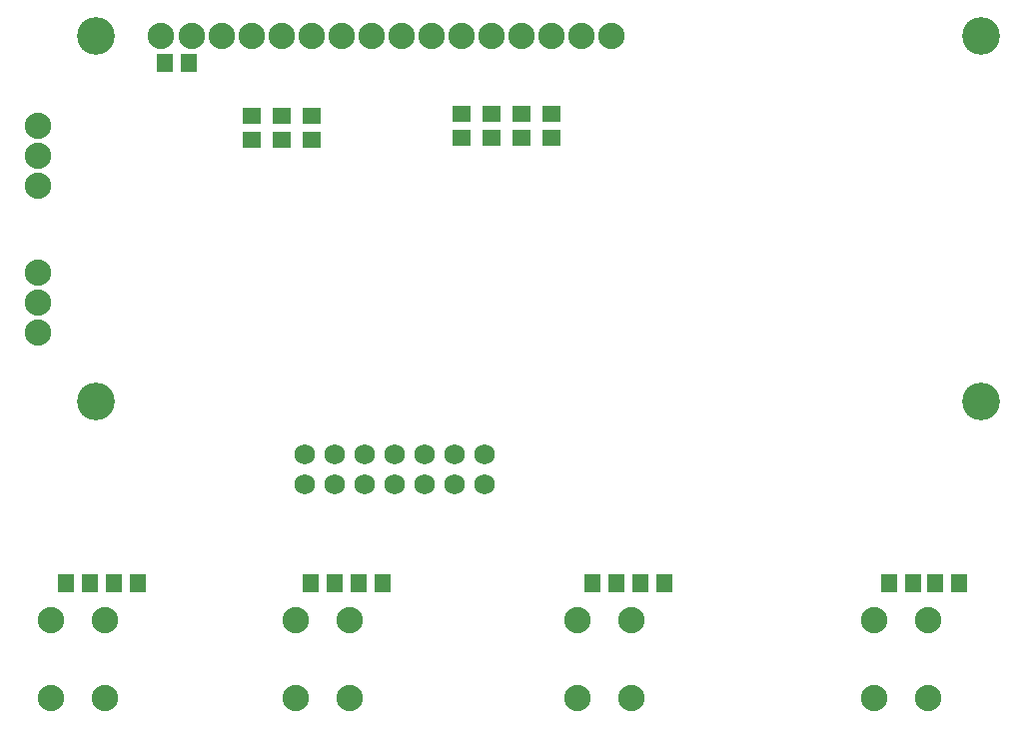
<source format=gts>
G04*
G04 #@! TF.GenerationSoftware,Altium Limited,Altium Designer,19.0.12 (326)*
G04*
G04 Layer_Color=8388736*
%FSLAX25Y25*%
%MOIN*%
G70*
G01*
G75*
%ADD14R,0.05800X0.06300*%
%ADD15R,0.06300X0.05800*%
%ADD16C,0.06800*%
%ADD17C,0.08800*%
%ADD18C,0.12611*%
D14*
X69500Y217000D02*
D03*
X61500D02*
D03*
X228025Y43397D02*
D03*
X220024D02*
D03*
X134025D02*
D03*
X126024D02*
D03*
X326524D02*
D03*
X318525D02*
D03*
X311024D02*
D03*
X303025D02*
D03*
X212024D02*
D03*
X204025D02*
D03*
X118025D02*
D03*
X110024D02*
D03*
X52525D02*
D03*
X44524D02*
D03*
X36525D02*
D03*
X28525D02*
D03*
D15*
X90544Y191397D02*
D03*
Y199397D02*
D03*
X100544Y191397D02*
D03*
Y199397D02*
D03*
X110544Y191397D02*
D03*
Y199397D02*
D03*
X160544Y191897D02*
D03*
Y199897D02*
D03*
X170544Y191897D02*
D03*
Y199897D02*
D03*
X180544Y191897D02*
D03*
Y199897D02*
D03*
X190544Y191897D02*
D03*
Y199897D02*
D03*
D16*
X168025Y76397D02*
D03*
Y86397D02*
D03*
X158025Y76397D02*
D03*
Y86397D02*
D03*
X148024Y76397D02*
D03*
Y86397D02*
D03*
X138024Y76397D02*
D03*
Y86397D02*
D03*
X128024Y76397D02*
D03*
Y86397D02*
D03*
X118025Y76397D02*
D03*
Y86397D02*
D03*
X108025Y76397D02*
D03*
Y86397D02*
D03*
D17*
X19025Y146897D02*
D03*
Y136897D02*
D03*
Y126897D02*
D03*
Y195897D02*
D03*
Y185897D02*
D03*
Y175897D02*
D03*
X210544Y225921D02*
D03*
X200544D02*
D03*
X190544D02*
D03*
X180544D02*
D03*
X170544D02*
D03*
X160544D02*
D03*
X150544D02*
D03*
X140544D02*
D03*
X130544D02*
D03*
X120544D02*
D03*
X110544D02*
D03*
X100544D02*
D03*
X90544D02*
D03*
X80544D02*
D03*
X70544D02*
D03*
X60040D02*
D03*
X41524Y4897D02*
D03*
Y30897D02*
D03*
X23525Y4897D02*
D03*
Y30897D02*
D03*
X123024Y4897D02*
D03*
Y30897D02*
D03*
X105025Y4897D02*
D03*
Y30897D02*
D03*
X217024Y4897D02*
D03*
Y30897D02*
D03*
X199024Y4897D02*
D03*
Y30897D02*
D03*
X316024Y4897D02*
D03*
Y30897D02*
D03*
X298025Y4897D02*
D03*
Y30897D02*
D03*
D18*
X333662Y225921D02*
D03*
Y103874D02*
D03*
X38387Y103873D02*
D03*
Y225921D02*
D03*
M02*

</source>
